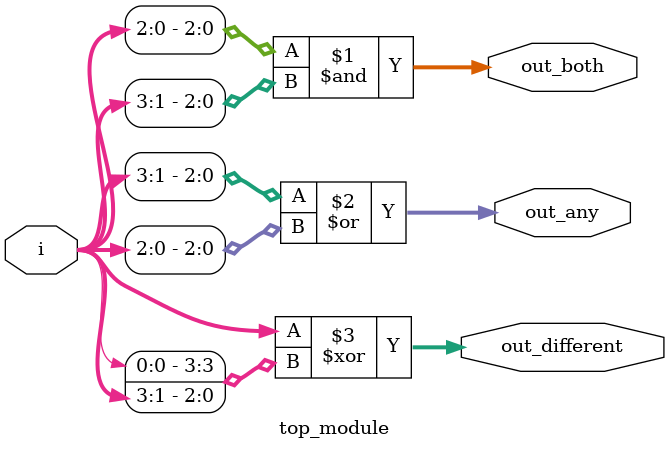
<source format=sv>
module top_module(
    input [3:0] i,
    output [2:0] out_both,
    output [3:1] out_any,
    output [3:0] out_different
  );

  assign out_both = i[2:0] & i[3:1];
  assign out_any = i[3:1] | i[2:0];
  assign out_different = i ^ {i[0], i[3:1]};

`ifdef COCOTB_SIM

  initial
  begin
    $dumpfile ("top_module.vcd");
    $dumpvars (0, top_module);
    #1;
  end
`endif
endmodule

</source>
